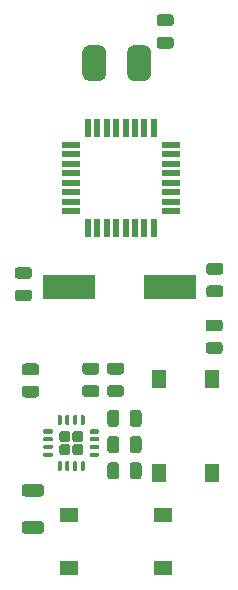
<source format=gbr>
%TF.GenerationSoftware,KiCad,Pcbnew,(5.1.10)-1*%
%TF.CreationDate,2021-06-07T16:12:12-04:00*%
%TF.ProjectId,Thermometre_IR,54686572-6d6f-46d6-9574-72655f49522e,rev?*%
%TF.SameCoordinates,Original*%
%TF.FileFunction,Paste,Top*%
%TF.FilePolarity,Positive*%
%FSLAX46Y46*%
G04 Gerber Fmt 4.6, Leading zero omitted, Abs format (unit mm)*
G04 Created by KiCad (PCBNEW (5.1.10)-1) date 2021-06-07 16:12:12*
%MOMM*%
%LPD*%
G01*
G04 APERTURE LIST*
%ADD10R,1.300000X1.550000*%
%ADD11R,1.600000X0.550000*%
%ADD12R,0.550000X1.600000*%
%ADD13R,1.550000X1.300000*%
%ADD14R,4.500000X2.000000*%
G04 APERTURE END LIST*
%TO.C,C11*%
G36*
G01*
X165699999Y-106825000D02*
X167100001Y-106825000D01*
G75*
G02*
X167350000Y-107074999I0J-249999D01*
G01*
X167350000Y-107625001D01*
G75*
G02*
X167100001Y-107875000I-249999J0D01*
G01*
X165699999Y-107875000D01*
G75*
G02*
X165450000Y-107625001I0J249999D01*
G01*
X165450000Y-107074999D01*
G75*
G02*
X165699999Y-106825000I249999J0D01*
G01*
G37*
G36*
G01*
X165699999Y-103675000D02*
X167100001Y-103675000D01*
G75*
G02*
X167350000Y-103924999I0J-249999D01*
G01*
X167350000Y-104475001D01*
G75*
G02*
X167100001Y-104725000I-249999J0D01*
G01*
X165699999Y-104725000D01*
G75*
G02*
X165450000Y-104475001I0J249999D01*
G01*
X165450000Y-103924999D01*
G75*
G02*
X165699999Y-103675000I249999J0D01*
G01*
G37*
%TD*%
%TO.C,J1*%
G36*
G01*
X174400000Y-69028000D02*
X174400000Y-67028000D01*
G75*
G02*
X174900000Y-66528000I500000J0D01*
G01*
X175900000Y-66528000D01*
G75*
G02*
X176400000Y-67028000I0J-500000D01*
G01*
X176400000Y-69028000D01*
G75*
G02*
X175900000Y-69528000I-500000J0D01*
G01*
X174900000Y-69528000D01*
G75*
G02*
X174400000Y-69028000I0J500000D01*
G01*
G37*
G36*
G01*
X170600000Y-69028000D02*
X170600000Y-67028000D01*
G75*
G02*
X171100000Y-66528000I500000J0D01*
G01*
X172100000Y-66528000D01*
G75*
G02*
X172600000Y-67028000I0J-500000D01*
G01*
X172600000Y-69028000D01*
G75*
G02*
X172100000Y-69528000I-500000J0D01*
G01*
X171100000Y-69528000D01*
G75*
G02*
X170600000Y-69028000I0J500000D01*
G01*
G37*
%TD*%
%TO.C,R16*%
G36*
G01*
X177125000Y-65800000D02*
X178075000Y-65800000D01*
G75*
G02*
X178325000Y-66050000I0J-250000D01*
G01*
X178325000Y-66550000D01*
G75*
G02*
X178075000Y-66800000I-250000J0D01*
G01*
X177125000Y-66800000D01*
G75*
G02*
X176875000Y-66550000I0J250000D01*
G01*
X176875000Y-66050000D01*
G75*
G02*
X177125000Y-65800000I250000J0D01*
G01*
G37*
G36*
G01*
X177125000Y-63900000D02*
X178075000Y-63900000D01*
G75*
G02*
X178325000Y-64150000I0J-250000D01*
G01*
X178325000Y-64650000D01*
G75*
G02*
X178075000Y-64900000I-250000J0D01*
G01*
X177125000Y-64900000D01*
G75*
G02*
X176875000Y-64650000I0J250000D01*
G01*
X176875000Y-64150000D01*
G75*
G02*
X177125000Y-63900000I250000J0D01*
G01*
G37*
%TD*%
D10*
%TO.C,SW1*%
X177100000Y-94800000D03*
X181600000Y-94800000D03*
X181600000Y-102760000D03*
X177100000Y-102760000D03*
%TD*%
%TO.C,U2*%
G36*
G01*
X168861351Y-100272703D02*
X169338649Y-100272703D01*
G75*
G02*
X169577297Y-100511351I0J-238648D01*
G01*
X169577297Y-100988649D01*
G75*
G02*
X169338649Y-101227297I-238648J0D01*
G01*
X168861351Y-101227297D01*
G75*
G02*
X168622703Y-100988649I0J238648D01*
G01*
X168622703Y-100511351D01*
G75*
G02*
X168861351Y-100272703I238648J0D01*
G01*
G37*
G36*
G01*
X169961351Y-100272703D02*
X170438649Y-100272703D01*
G75*
G02*
X170677297Y-100511351I0J-238648D01*
G01*
X170677297Y-100988649D01*
G75*
G02*
X170438649Y-101227297I-238648J0D01*
G01*
X169961351Y-101227297D01*
G75*
G02*
X169722703Y-100988649I0J238648D01*
G01*
X169722703Y-100511351D01*
G75*
G02*
X169961351Y-100272703I238648J0D01*
G01*
G37*
G36*
G01*
X168861351Y-99172703D02*
X169338649Y-99172703D01*
G75*
G02*
X169577297Y-99411351I0J-238648D01*
G01*
X169577297Y-99888649D01*
G75*
G02*
X169338649Y-100127297I-238648J0D01*
G01*
X168861351Y-100127297D01*
G75*
G02*
X168622703Y-99888649I0J238648D01*
G01*
X168622703Y-99411351D01*
G75*
G02*
X168861351Y-99172703I238648J0D01*
G01*
G37*
G36*
G01*
X169961351Y-99172703D02*
X170438649Y-99172703D01*
G75*
G02*
X170677297Y-99411351I0J-238648D01*
G01*
X170677297Y-99888649D01*
G75*
G02*
X170438649Y-100127297I-238648J0D01*
G01*
X169961351Y-100127297D01*
G75*
G02*
X169722703Y-99888649I0J238648D01*
G01*
X169722703Y-99411351D01*
G75*
G02*
X169961351Y-99172703I238648J0D01*
G01*
G37*
G36*
G01*
X171287500Y-99050000D02*
X171937500Y-99050000D01*
G75*
G02*
X172025000Y-99137500I0J-87500D01*
G01*
X172025000Y-99312500D01*
G75*
G02*
X171937500Y-99400000I-87500J0D01*
G01*
X171287500Y-99400000D01*
G75*
G02*
X171200000Y-99312500I0J87500D01*
G01*
X171200000Y-99137500D01*
G75*
G02*
X171287500Y-99050000I87500J0D01*
G01*
G37*
G36*
G01*
X171287500Y-99700000D02*
X171937500Y-99700000D01*
G75*
G02*
X172025000Y-99787500I0J-87500D01*
G01*
X172025000Y-99962500D01*
G75*
G02*
X171937500Y-100050000I-87500J0D01*
G01*
X171287500Y-100050000D01*
G75*
G02*
X171200000Y-99962500I0J87500D01*
G01*
X171200000Y-99787500D01*
G75*
G02*
X171287500Y-99700000I87500J0D01*
G01*
G37*
G36*
G01*
X171287500Y-100350000D02*
X171937500Y-100350000D01*
G75*
G02*
X172025000Y-100437500I0J-87500D01*
G01*
X172025000Y-100612500D01*
G75*
G02*
X171937500Y-100700000I-87500J0D01*
G01*
X171287500Y-100700000D01*
G75*
G02*
X171200000Y-100612500I0J87500D01*
G01*
X171200000Y-100437500D01*
G75*
G02*
X171287500Y-100350000I87500J0D01*
G01*
G37*
G36*
G01*
X171287500Y-101000000D02*
X171937500Y-101000000D01*
G75*
G02*
X172025000Y-101087500I0J-87500D01*
G01*
X172025000Y-101262500D01*
G75*
G02*
X171937500Y-101350000I-87500J0D01*
G01*
X171287500Y-101350000D01*
G75*
G02*
X171200000Y-101262500I0J87500D01*
G01*
X171200000Y-101087500D01*
G75*
G02*
X171287500Y-101000000I87500J0D01*
G01*
G37*
G36*
G01*
X170537500Y-101750000D02*
X170712500Y-101750000D01*
G75*
G02*
X170800000Y-101837500I0J-87500D01*
G01*
X170800000Y-102487500D01*
G75*
G02*
X170712500Y-102575000I-87500J0D01*
G01*
X170537500Y-102575000D01*
G75*
G02*
X170450000Y-102487500I0J87500D01*
G01*
X170450000Y-101837500D01*
G75*
G02*
X170537500Y-101750000I87500J0D01*
G01*
G37*
G36*
G01*
X169887500Y-101750000D02*
X170062500Y-101750000D01*
G75*
G02*
X170150000Y-101837500I0J-87500D01*
G01*
X170150000Y-102487500D01*
G75*
G02*
X170062500Y-102575000I-87500J0D01*
G01*
X169887500Y-102575000D01*
G75*
G02*
X169800000Y-102487500I0J87500D01*
G01*
X169800000Y-101837500D01*
G75*
G02*
X169887500Y-101750000I87500J0D01*
G01*
G37*
G36*
G01*
X169237500Y-101750000D02*
X169412500Y-101750000D01*
G75*
G02*
X169500000Y-101837500I0J-87500D01*
G01*
X169500000Y-102487500D01*
G75*
G02*
X169412500Y-102575000I-87500J0D01*
G01*
X169237500Y-102575000D01*
G75*
G02*
X169150000Y-102487500I0J87500D01*
G01*
X169150000Y-101837500D01*
G75*
G02*
X169237500Y-101750000I87500J0D01*
G01*
G37*
G36*
G01*
X168587500Y-101750000D02*
X168762500Y-101750000D01*
G75*
G02*
X168850000Y-101837500I0J-87500D01*
G01*
X168850000Y-102487500D01*
G75*
G02*
X168762500Y-102575000I-87500J0D01*
G01*
X168587500Y-102575000D01*
G75*
G02*
X168500000Y-102487500I0J87500D01*
G01*
X168500000Y-101837500D01*
G75*
G02*
X168587500Y-101750000I87500J0D01*
G01*
G37*
G36*
G01*
X167362500Y-101000000D02*
X168012500Y-101000000D01*
G75*
G02*
X168100000Y-101087500I0J-87500D01*
G01*
X168100000Y-101262500D01*
G75*
G02*
X168012500Y-101350000I-87500J0D01*
G01*
X167362500Y-101350000D01*
G75*
G02*
X167275000Y-101262500I0J87500D01*
G01*
X167275000Y-101087500D01*
G75*
G02*
X167362500Y-101000000I87500J0D01*
G01*
G37*
G36*
G01*
X167362500Y-100350000D02*
X168012500Y-100350000D01*
G75*
G02*
X168100000Y-100437500I0J-87500D01*
G01*
X168100000Y-100612500D01*
G75*
G02*
X168012500Y-100700000I-87500J0D01*
G01*
X167362500Y-100700000D01*
G75*
G02*
X167275000Y-100612500I0J87500D01*
G01*
X167275000Y-100437500D01*
G75*
G02*
X167362500Y-100350000I87500J0D01*
G01*
G37*
G36*
G01*
X167362500Y-99700000D02*
X168012500Y-99700000D01*
G75*
G02*
X168100000Y-99787500I0J-87500D01*
G01*
X168100000Y-99962500D01*
G75*
G02*
X168012500Y-100050000I-87500J0D01*
G01*
X167362500Y-100050000D01*
G75*
G02*
X167275000Y-99962500I0J87500D01*
G01*
X167275000Y-99787500D01*
G75*
G02*
X167362500Y-99700000I87500J0D01*
G01*
G37*
G36*
G01*
X167362500Y-99050000D02*
X168012500Y-99050000D01*
G75*
G02*
X168100000Y-99137500I0J-87500D01*
G01*
X168100000Y-99312500D01*
G75*
G02*
X168012500Y-99400000I-87500J0D01*
G01*
X167362500Y-99400000D01*
G75*
G02*
X167275000Y-99312500I0J87500D01*
G01*
X167275000Y-99137500D01*
G75*
G02*
X167362500Y-99050000I87500J0D01*
G01*
G37*
G36*
G01*
X168587500Y-97825000D02*
X168762500Y-97825000D01*
G75*
G02*
X168850000Y-97912500I0J-87500D01*
G01*
X168850000Y-98562500D01*
G75*
G02*
X168762500Y-98650000I-87500J0D01*
G01*
X168587500Y-98650000D01*
G75*
G02*
X168500000Y-98562500I0J87500D01*
G01*
X168500000Y-97912500D01*
G75*
G02*
X168587500Y-97825000I87500J0D01*
G01*
G37*
G36*
G01*
X169237500Y-97825000D02*
X169412500Y-97825000D01*
G75*
G02*
X169500000Y-97912500I0J-87500D01*
G01*
X169500000Y-98562500D01*
G75*
G02*
X169412500Y-98650000I-87500J0D01*
G01*
X169237500Y-98650000D01*
G75*
G02*
X169150000Y-98562500I0J87500D01*
G01*
X169150000Y-97912500D01*
G75*
G02*
X169237500Y-97825000I87500J0D01*
G01*
G37*
G36*
G01*
X169887500Y-97825000D02*
X170062500Y-97825000D01*
G75*
G02*
X170150000Y-97912500I0J-87500D01*
G01*
X170150000Y-98562500D01*
G75*
G02*
X170062500Y-98650000I-87500J0D01*
G01*
X169887500Y-98650000D01*
G75*
G02*
X169800000Y-98562500I0J87500D01*
G01*
X169800000Y-97912500D01*
G75*
G02*
X169887500Y-97825000I87500J0D01*
G01*
G37*
G36*
G01*
X170537500Y-97825000D02*
X170712500Y-97825000D01*
G75*
G02*
X170800000Y-97912500I0J-87500D01*
G01*
X170800000Y-98562500D01*
G75*
G02*
X170712500Y-98650000I-87500J0D01*
G01*
X170537500Y-98650000D01*
G75*
G02*
X170450000Y-98562500I0J87500D01*
G01*
X170450000Y-97912500D01*
G75*
G02*
X170537500Y-97825000I87500J0D01*
G01*
G37*
%TD*%
D11*
%TO.C,U1*%
X169600000Y-80550000D03*
X169600000Y-79750000D03*
X169600000Y-78950000D03*
X169600000Y-78150000D03*
X169600000Y-77350000D03*
X169600000Y-76550000D03*
X169600000Y-75750000D03*
X169600000Y-74950000D03*
D12*
X171050000Y-73500000D03*
X171850000Y-73500000D03*
X172650000Y-73500000D03*
X173450000Y-73500000D03*
X174250000Y-73500000D03*
X175050000Y-73500000D03*
X175850000Y-73500000D03*
X176650000Y-73500000D03*
D11*
X178100000Y-74950000D03*
X178100000Y-75750000D03*
X178100000Y-76550000D03*
X178100000Y-77350000D03*
X178100000Y-78150000D03*
X178100000Y-78950000D03*
X178100000Y-79750000D03*
X178100000Y-80550000D03*
D12*
X176650000Y-82000000D03*
X175850000Y-82000000D03*
X175050000Y-82000000D03*
X174250000Y-82000000D03*
X173450000Y-82000000D03*
X172650000Y-82000000D03*
X171850000Y-82000000D03*
X171050000Y-82000000D03*
%TD*%
D13*
%TO.C,SW2*%
X169440000Y-110800000D03*
X169440000Y-106300000D03*
X177400000Y-106300000D03*
X177400000Y-110800000D03*
%TD*%
%TO.C,R14*%
G36*
G01*
X173706000Y-97632500D02*
X173706000Y-98582500D01*
G75*
G02*
X173456000Y-98832500I-250000J0D01*
G01*
X172956000Y-98832500D01*
G75*
G02*
X172706000Y-98582500I0J250000D01*
G01*
X172706000Y-97632500D01*
G75*
G02*
X172956000Y-97382500I250000J0D01*
G01*
X173456000Y-97382500D01*
G75*
G02*
X173706000Y-97632500I0J-250000D01*
G01*
G37*
G36*
G01*
X175606000Y-97632500D02*
X175606000Y-98582500D01*
G75*
G02*
X175356000Y-98832500I-250000J0D01*
G01*
X174856000Y-98832500D01*
G75*
G02*
X174606000Y-98582500I0J250000D01*
G01*
X174606000Y-97632500D01*
G75*
G02*
X174856000Y-97382500I250000J0D01*
G01*
X175356000Y-97382500D01*
G75*
G02*
X175606000Y-97632500I0J-250000D01*
G01*
G37*
%TD*%
%TO.C,R13*%
G36*
G01*
X174606000Y-100805000D02*
X174606000Y-99855000D01*
G75*
G02*
X174856000Y-99605000I250000J0D01*
G01*
X175356000Y-99605000D01*
G75*
G02*
X175606000Y-99855000I0J-250000D01*
G01*
X175606000Y-100805000D01*
G75*
G02*
X175356000Y-101055000I-250000J0D01*
G01*
X174856000Y-101055000D01*
G75*
G02*
X174606000Y-100805000I0J250000D01*
G01*
G37*
G36*
G01*
X172706000Y-100805000D02*
X172706000Y-99855000D01*
G75*
G02*
X172956000Y-99605000I250000J0D01*
G01*
X173456000Y-99605000D01*
G75*
G02*
X173706000Y-99855000I0J-250000D01*
G01*
X173706000Y-100805000D01*
G75*
G02*
X173456000Y-101055000I-250000J0D01*
G01*
X172956000Y-101055000D01*
G75*
G02*
X172706000Y-100805000I0J250000D01*
G01*
G37*
%TD*%
%TO.C,R7*%
G36*
G01*
X173875000Y-94400000D02*
X172925000Y-94400000D01*
G75*
G02*
X172675000Y-94150000I0J250000D01*
G01*
X172675000Y-93650000D01*
G75*
G02*
X172925000Y-93400000I250000J0D01*
G01*
X173875000Y-93400000D01*
G75*
G02*
X174125000Y-93650000I0J-250000D01*
G01*
X174125000Y-94150000D01*
G75*
G02*
X173875000Y-94400000I-250000J0D01*
G01*
G37*
G36*
G01*
X173875000Y-96300000D02*
X172925000Y-96300000D01*
G75*
G02*
X172675000Y-96050000I0J250000D01*
G01*
X172675000Y-95550000D01*
G75*
G02*
X172925000Y-95300000I250000J0D01*
G01*
X173875000Y-95300000D01*
G75*
G02*
X174125000Y-95550000I0J-250000D01*
G01*
X174125000Y-96050000D01*
G75*
G02*
X173875000Y-96300000I-250000J0D01*
G01*
G37*
%TD*%
%TO.C,R6*%
G36*
G01*
X171775000Y-94400000D02*
X170825000Y-94400000D01*
G75*
G02*
X170575000Y-94150000I0J250000D01*
G01*
X170575000Y-93650000D01*
G75*
G02*
X170825000Y-93400000I250000J0D01*
G01*
X171775000Y-93400000D01*
G75*
G02*
X172025000Y-93650000I0J-250000D01*
G01*
X172025000Y-94150000D01*
G75*
G02*
X171775000Y-94400000I-250000J0D01*
G01*
G37*
G36*
G01*
X171775000Y-96300000D02*
X170825000Y-96300000D01*
G75*
G02*
X170575000Y-96050000I0J250000D01*
G01*
X170575000Y-95550000D01*
G75*
G02*
X170825000Y-95300000I250000J0D01*
G01*
X171775000Y-95300000D01*
G75*
G02*
X172025000Y-95550000I0J-250000D01*
G01*
X172025000Y-96050000D01*
G75*
G02*
X171775000Y-96300000I-250000J0D01*
G01*
G37*
%TD*%
%TO.C,R4*%
G36*
G01*
X173700000Y-102075000D02*
X173700000Y-103025000D01*
G75*
G02*
X173450000Y-103275000I-250000J0D01*
G01*
X172950000Y-103275000D01*
G75*
G02*
X172700000Y-103025000I0J250000D01*
G01*
X172700000Y-102075000D01*
G75*
G02*
X172950000Y-101825000I250000J0D01*
G01*
X173450000Y-101825000D01*
G75*
G02*
X173700000Y-102075000I0J-250000D01*
G01*
G37*
G36*
G01*
X175600000Y-102075000D02*
X175600000Y-103025000D01*
G75*
G02*
X175350000Y-103275000I-250000J0D01*
G01*
X174850000Y-103275000D01*
G75*
G02*
X174600000Y-103025000I0J250000D01*
G01*
X174600000Y-102075000D01*
G75*
G02*
X174850000Y-101825000I250000J0D01*
G01*
X175350000Y-101825000D01*
G75*
G02*
X175600000Y-102075000I0J-250000D01*
G01*
G37*
%TD*%
%TO.C,R1*%
G36*
G01*
X181275000Y-91650000D02*
X182225000Y-91650000D01*
G75*
G02*
X182475000Y-91900000I0J-250000D01*
G01*
X182475000Y-92400000D01*
G75*
G02*
X182225000Y-92650000I-250000J0D01*
G01*
X181275000Y-92650000D01*
G75*
G02*
X181025000Y-92400000I0J250000D01*
G01*
X181025000Y-91900000D01*
G75*
G02*
X181275000Y-91650000I250000J0D01*
G01*
G37*
G36*
G01*
X181275000Y-89750000D02*
X182225000Y-89750000D01*
G75*
G02*
X182475000Y-90000000I0J-250000D01*
G01*
X182475000Y-90500000D01*
G75*
G02*
X182225000Y-90750000I-250000J0D01*
G01*
X181275000Y-90750000D01*
G75*
G02*
X181025000Y-90500000I0J250000D01*
G01*
X181025000Y-90000000D01*
G75*
G02*
X181275000Y-89750000I250000J0D01*
G01*
G37*
%TD*%
%TO.C,C9*%
G36*
G01*
X166675000Y-94450000D02*
X165725000Y-94450000D01*
G75*
G02*
X165475000Y-94200000I0J250000D01*
G01*
X165475000Y-93700000D01*
G75*
G02*
X165725000Y-93450000I250000J0D01*
G01*
X166675000Y-93450000D01*
G75*
G02*
X166925000Y-93700000I0J-250000D01*
G01*
X166925000Y-94200000D01*
G75*
G02*
X166675000Y-94450000I-250000J0D01*
G01*
G37*
G36*
G01*
X166675000Y-96350000D02*
X165725000Y-96350000D01*
G75*
G02*
X165475000Y-96100000I0J250000D01*
G01*
X165475000Y-95600000D01*
G75*
G02*
X165725000Y-95350000I250000J0D01*
G01*
X166675000Y-95350000D01*
G75*
G02*
X166925000Y-95600000I0J-250000D01*
G01*
X166925000Y-96100000D01*
G75*
G02*
X166675000Y-96350000I-250000J0D01*
G01*
G37*
%TD*%
%TO.C,C2*%
G36*
G01*
X181325000Y-86850000D02*
X182275000Y-86850000D01*
G75*
G02*
X182525000Y-87100000I0J-250000D01*
G01*
X182525000Y-87600000D01*
G75*
G02*
X182275000Y-87850000I-250000J0D01*
G01*
X181325000Y-87850000D01*
G75*
G02*
X181075000Y-87600000I0J250000D01*
G01*
X181075000Y-87100000D01*
G75*
G02*
X181325000Y-86850000I250000J0D01*
G01*
G37*
G36*
G01*
X181325000Y-84950000D02*
X182275000Y-84950000D01*
G75*
G02*
X182525000Y-85200000I0J-250000D01*
G01*
X182525000Y-85700000D01*
G75*
G02*
X182275000Y-85950000I-250000J0D01*
G01*
X181325000Y-85950000D01*
G75*
G02*
X181075000Y-85700000I0J250000D01*
G01*
X181075000Y-85200000D01*
G75*
G02*
X181325000Y-84950000I250000J0D01*
G01*
G37*
%TD*%
%TO.C,C1*%
G36*
G01*
X165125000Y-87200000D02*
X166075000Y-87200000D01*
G75*
G02*
X166325000Y-87450000I0J-250000D01*
G01*
X166325000Y-87950000D01*
G75*
G02*
X166075000Y-88200000I-250000J0D01*
G01*
X165125000Y-88200000D01*
G75*
G02*
X164875000Y-87950000I0J250000D01*
G01*
X164875000Y-87450000D01*
G75*
G02*
X165125000Y-87200000I250000J0D01*
G01*
G37*
G36*
G01*
X165125000Y-85300000D02*
X166075000Y-85300000D01*
G75*
G02*
X166325000Y-85550000I0J-250000D01*
G01*
X166325000Y-86050000D01*
G75*
G02*
X166075000Y-86300000I-250000J0D01*
G01*
X165125000Y-86300000D01*
G75*
G02*
X164875000Y-86050000I0J250000D01*
G01*
X164875000Y-85550000D01*
G75*
G02*
X165125000Y-85300000I250000J0D01*
G01*
G37*
%TD*%
D14*
%TO.C,8MHz1*%
X169500000Y-87000000D03*
X178000000Y-87000000D03*
%TD*%
M02*

</source>
